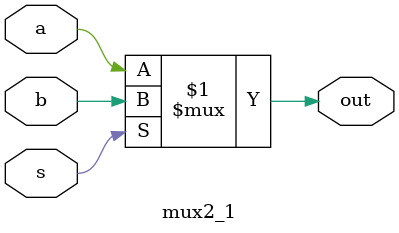
<source format=v>
module mux2_1(output wire out, input wire a, input wire b, input wire s);
  assign out = s ? b :a;
endmodule
</source>
